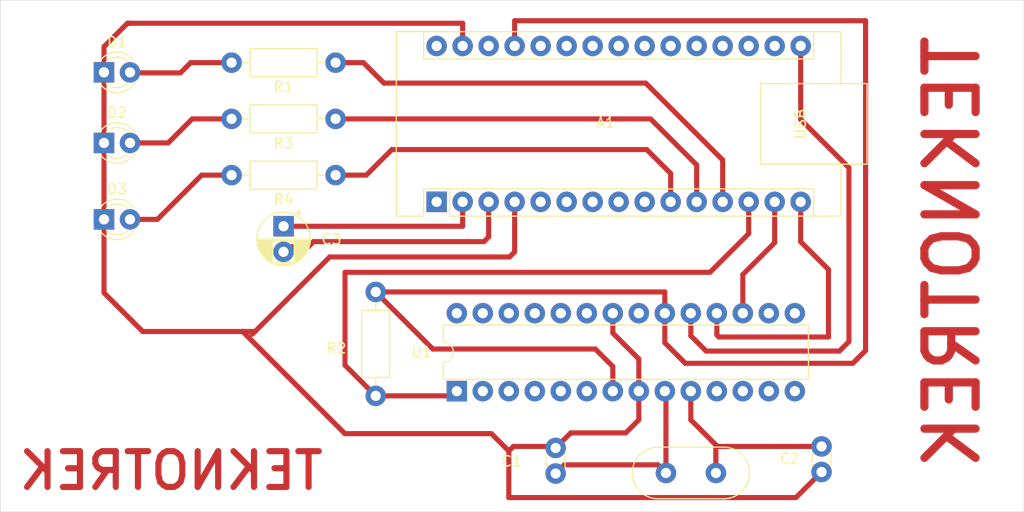
<source format=kicad_pcb>
(kicad_pcb (version 20240108) (generator "pcbnew") (generator_version "8.0")
  (layers (0 "F.Cu" signal) (31 "B.Cu" signal) (34 "B.Paste" user) (35 "F.Paste" user) (36 "B.SilkS" user "B.Silkscreen") (37 "F.SilkS" user "F.Silkscreen") (38 "B.Mask" user) (39 "F.Mask" user) (44 "Edge.Cuts" user))
  (net 0 "")
  (net 13 "Net-(A1-~{RESET}-Pad3)")
  (net 29 "Net-(A1-D0{slash}RX)")
  (net 38 "Net-(U1-XTAL1{slash}PB6)")
  (net 39 "Net-(U1-XTAL2{slash}PB7)")
  (net 40 "Net-(A1-+5V)")
  (net 41 "Net-(A1-D12)")
  (net 42 "Net-(A1-D10)")
  (net 43 "Net-(A1-D13)")
  (net 44 "Net-(A1-D11)")
  (net 45 "Net-(A1-D7)")
  (net 46 "Net-(A1-D9)")
  (net 47 "Net-(A1-D8)")
  (net 48 "GND")
  (net 49 "Net-(D1-A)")
  (net 50 "Net-(D2-A)")
  (net 51 "Net-(D3-A)")
  (footprint "Capacitor_THT:C_Disc_D3.0mm_W1.6mm_P2.50mm" (layer "F.Cu") (at 153.05 89.025 90)
    (property "Reference" "C2" (at 1.3 -3.1 180) (layer "F.SilkS"))
    (property "Value" "22pF" (hide yes))
    (fp_line (start 0.621 -0.92) (end 1.879 -0.92) (stroke (width 0.12)) (layer "F.SilkS"))
    (fp_line (start 0.621 0.92) (end 1.879 0.92) (stroke (width 0.12)) (layer "F.SilkS"))
    (pad "1" thru_hole circle (at 0 0 90) (size 2 2) (drill 1) (layers "*.Cu" "*.Mask") (net 48 "GND"))
    (pad "2" thru_hole circle (at 2.5 0 90) (size 2 2) (drill 1) (layers "*.Cu" "*.Mask") (net 39 "Net-(U1-XTAL2{slash}PB7)"))
  )
  (footprint "LED_THT:LED_D3.0mm" (layer "F.Cu") (at 82.96 56.85)
    (property "Reference" "D2" (at 1.27 -2.96 0) (layer "F.SilkS"))
    (property "Value" "LED")
    (fp_line (start -0.29 -1.236) (end -0.29 -1.08) (stroke (width 0.12)) (layer "F.SilkS"))
    (fp_line (start -0.29 1.08) (end -0.29 1.236) (stroke (width 0.12)) (layer "F.SilkS"))
    (fp_arc (start -0.29 -1.235516) (mid 1.366487 -1.987659) (end 2.942335 -1.078608) (stroke (width 0.12)) (layer "F.SilkS"))
    (fp_arc (start 0.229039 -1.08) (mid 1.270117 -1.5) (end 2.31113 -1.079837) (stroke (width 0.12)) (layer "F.SilkS"))
    (fp_arc (start 2.31113 1.079837) (mid 1.270117 1.5) (end 0.229039 1.08) (stroke (width 0.12)) (layer "F.SilkS"))
    (fp_arc (start 2.942335 1.078608) (mid 1.366487 1.987659) (end -0.29 1.235516) (stroke (width 0.12)) (layer "F.SilkS"))
    (pad "1" thru_hole rect (at 0 0) (size 2 2) (drill 1) (layers "*.Cu" "*.Mask") (net 48 "GND"))
    (pad "2" thru_hole circle (at 2.54 0) (size 2 2) (drill 1) (layers "*.Cu" "*.Mask") (net 50 "Net-(D2-A)"))
  )
  (footprint "Resistor_THT:R_Axial_DIN0207_L6.3mm_D2.5mm_P10.16mm_Horizontal" (layer "F.Cu") (at 105.58 54.5 180)
    (property "Reference" "R3" (at 5.08 -2.37 0) (layer "F.SilkS"))
    (property "Value" "220R")
    (fp_line (start 9.12 0) (end 8.35 0) (stroke (width 0.12)) (layer "F.SilkS"))
    (fp_line (start 8.35 1.37) (end 8.35 -1.37) (stroke (width 0.12)) (layer "F.SilkS"))
    (fp_line (start 8.35 -1.37) (end 1.81 -1.37) (stroke (width 0.12)) (layer "F.SilkS"))
    (fp_line (start 1.81 1.37) (end 8.35 1.37) (stroke (width 0.12)) (layer "F.SilkS"))
    (fp_line (start 1.81 -1.37) (end 1.81 1.37) (stroke (width 0.12)) (layer "F.SilkS"))
    (fp_line (start 1.04 0) (end 1.81 0) (stroke (width 0.12)) (layer "F.SilkS"))
    (pad "1" thru_hole circle (at 0 0 180) (size 2 2) (drill 1) (layers "*.Cu" "*.Mask") (net 47 "Net-(A1-D8)"))
    (pad "2" thru_hole circle (at 10.16 0 180) (size 2 2) (drill 1) (layers "*.Cu" "*.Mask") (net 50 "Net-(D2-A)"))
  )
  (footprint "LED_THT:LED_D3.0mm" (layer "F.Cu") (at 82.96 64.325)
    (property "Reference" "D3" (at 1.27 -2.96 0) (layer "F.SilkS"))
    (property "Value" "LED")
    (fp_line (start -0.29 -1.236) (end -0.29 -1.08) (stroke (width 0.12)) (layer "F.SilkS"))
    (fp_line (start -0.29 1.08) (end -0.29 1.236) (stroke (width 0.12)) (layer "F.SilkS"))
    (fp_arc (start -0.29 -1.235516) (mid 1.366487 -1.987659) (end 2.942335 -1.078608) (stroke (width 0.12)) (layer "F.SilkS"))
    (fp_arc (start 0.229039 -1.08) (mid 1.270117 -1.5) (end 2.31113 -1.079837) (stroke (width 0.12)) (layer "F.SilkS"))
    (fp_arc (start 2.31113 1.079837) (mid 1.270117 1.5) (end 0.229039 1.08) (stroke (width 0.12)) (layer "F.SilkS"))
    (fp_arc (start 2.942335 1.078608) (mid 1.366487 1.987659) (end -0.29 1.235516) (stroke (width 0.12)) (layer "F.SilkS"))
    (pad "1" thru_hole rect (at 0 0) (size 2 2) (drill 1) (layers "*.Cu" "*.Mask") (net 48 "GND"))
    (pad "2" thru_hole circle (at 2.54 0) (size 2 2) (drill 1) (layers "*.Cu" "*.Mask") (net 51 "Net-(D3-A)"))
  )
  (footprint "Crystal:Crystal_HC49-4H_Vertical" (layer "F.Cu") (at 142.73 89.12 180)
    (property "Reference" "Y1" (hide yes))
    (property "Value" "Crystal" (hide yes))
    (fp_line (start -0.76 2.525) (end 5.64 2.525) (stroke (width 0.12)) (layer "F.SilkS"))
    (fp_line (start -0.76 -2.525) (end 5.64 -2.525) (stroke (width 0.12)) (layer "F.SilkS"))
    (fp_arc (start 5.64 -2.525) (mid 8.165 0) (end 5.64 2.525) (stroke (width 0.12)) (layer "F.SilkS"))
    (fp_arc (start -0.76 2.525) (mid -3.285 0) (end -0.76 -2.525) (stroke (width 0.12)) (layer "F.SilkS"))
    (pad "1" thru_hole circle (at 0 0 180) (size 2 2) (drill 1) (layers "*.Cu" "*.Mask") (net 39 "Net-(U1-XTAL2{slash}PB7)"))
    (pad "2" thru_hole circle (at 4.88 0 180) (size 2 2) (drill 1) (layers "*.Cu" "*.Mask") (net 38 "Net-(U1-XTAL1{slash}PB6)"))
  )
  (footprint "Package_DIP:DIP-28_W7.62mm" (layer "F.Cu") (at 117.42 81.12 90)
    (property "Reference" "U1" (at 3.81 -3.445 180) (layer "F.SilkS"))
    (property "Value" "ATmega328-P" (hide yes))
    (fp_line (start 6.46 -1.33) (end 4.81 -1.33) (stroke (width 0.12)) (layer "F.SilkS"))
    (fp_line (start 2.81 -1.33) (end 1.16 -1.33) (stroke (width 0.12)) (layer "F.SilkS"))
    (fp_line (start 1.16 -1.33) (end 1.16 34.35) (stroke (width 0.12)) (layer "F.SilkS"))
    (fp_line (start 6.46 34.35) (end 6.46 -1.33) (stroke (width 0.12)) (layer "F.SilkS"))
    (fp_line (start 1.16 34.35) (end 6.46 34.35) (stroke (width 0.12)) (layer "F.SilkS"))
    (fp_arc (start 4.81 -1.33) (mid 3.81 -0.33) (end 2.81 -1.33) (stroke (width 0.12)) (layer "F.SilkS"))
    (pad "1" thru_hole rect (at 0 0 90) (size 2 2) (drill 1) (layers "*.Cu" "*.Mask") (net 42 "Net-(A1-D10)"))
    (pad "2" thru_hole circle (at 0 2.54 90) (size 2 2) (drill 1) (layers "*.Cu" "*.Mask"))
    (pad "3" thru_hole circle (at 0 5.08 90) (size 2 2) (drill 1) (layers "*.Cu" "*.Mask"))
    (pad "4" thru_hole circle (at 0 7.62 90) (size 2 2) (drill 1) (layers "*.Cu" "*.Mask"))
    (pad "5" thru_hole circle (at 0 10.16 90) (size 2 2) (drill 1) (layers "*.Cu" "*.Mask"))
    (pad "6" thru_hole circle (at 0 12.7 90) (size 2 2) (drill 1) (layers "*.Cu" "*.Mask"))
    (pad "7" thru_hole circle (at 0 15.24 90) (size 2 2) (drill 1) (layers "*.Cu" "*.Mask") (net 40 "Net-(A1-+5V)"))
    (pad "8" thru_hole circle (at 0 17.78 90) (size 2 2) (drill 1) (layers "*.Cu" "*.Mask") (net 48 "GND"))
    (pad "9" thru_hole circle (at 0 20.32 90) (size 2 2) (drill 1) (layers "*.Cu" "*.Mask") (net 38 "Net-(U1-XTAL1{slash}PB6)"))
    (pad "10" thru_hole circle (at 0 22.86 90) (size 2 2) (drill 1) (layers "*.Cu" "*.Mask") (net 39 "Net-(U1-XTAL2{slash}PB7)"))
    (pad "11" thru_hole circle (at 0 25.4 90) (size 2 2) (drill 1) (layers "*.Cu" "*.Mask"))
    (pad "12" thru_hole circle (at 0 27.94 90) (size 2 2) (drill 1) (layers "*.Cu" "*.Mask"))
    (pad "13" thru_hole circle (at 0 30.48 90) (size 2 2) (drill 1) (layers "*.Cu" "*.Mask"))
    (pad "14" thru_hole circle (at 0 33.02 90) (size 2 2) (drill 1) (layers "*.Cu" "*.Mask"))
    (pad "15" thru_hole circle (at 7.62 33.02 90) (size 2 2) (drill 1) (layers "*.Cu" "*.Mask"))
    (pad "16" thru_hole circle (at 7.62 30.48 90) (size 2 2) (drill 1) (layers "*.Cu" "*.Mask"))
    (pad "17" thru_hole circle (at 7.62 27.94 90) (size 2 2) (drill 1) (layers "*.Cu" "*.Mask") (net 44 "Net-(A1-D11)"))
    (pad "18" thru_hole circle (at 7.62 25.4 90) (size 2 2) (drill 1) (layers "*.Cu" "*.Mask") (net 41 "Net-(A1-D12)"))
    (pad "19" thru_hole circle (at 7.62 22.86 90) (size 2 2) (drill 1) (layers "*.Cu" "*.Mask") (net 43 "Net-(A1-D13)"))
    (pad "20" thru_hole circle (at 7.62 20.32 90) (size 2 2) (drill 1) (layers "*.Cu" "*.Mask") (net 40 "Net-(A1-+5V)"))
    (pad "21" thru_hole circle (at 7.62 17.78 90) (size 2 2) (drill 1) (layers "*.Cu" "*.Mask"))
    (pad "22" thru_hole circle (at 7.62 15.24 90) (size 2 2) (drill 1) (layers "*.Cu" "*.Mask") (net 48 "GND"))
    (pad "23" thru_hole circle (at 7.62 12.7 90) (size 2 2) (drill 1) (layers "*.Cu" "*.Mask"))
    (pad "24" thru_hole circle (at 7.62 10.16 90) (size 2 2) (drill 1) (layers "*.Cu" "*.Mask"))
    (pad "25" thru_hole circle (at 7.62 7.62 90) (size 2 2) (drill 1) (layers "*.Cu" "*.Mask"))
    (pad "26" thru_hole circle (at 7.62 5.08 90) (size 2 2) (drill 1) (layers "*.Cu" "*.Mask"))
    (pad "27" thru_hole circle (at 7.62 2.54 90) (size 2 2) (drill 1) (layers "*.Cu" "*.Mask"))
    (pad "28" thru_hole circle (at 7.62 0 90) (size 2 2) (drill 1) (layers "*.Cu" "*.Mask"))
  )
  (footprint "Capacitor_THT:C_Disc_D3.0mm_W1.6mm_P2.50mm" (layer "F.Cu") (at 127.075 86.675 -90)
    (property "Reference" "C1" (at 1.3 4.3 180) (layer "F.SilkS"))
    (property "Value" "22pF" (hide yes))
    (fp_line (start 0.621 0.92) (end 1.879 0.92) (stroke (width 0.12)) (layer "F.SilkS"))
    (fp_line (start 0.621 -0.92) (end 1.879 -0.92) (stroke (width 0.12)) (layer "F.SilkS"))
    (pad "1" thru_hole circle (at 0 0 270) (size 2 2) (drill 1) (layers "*.Cu" "*.Mask") (net 48 "GND"))
    (pad "2" thru_hole circle (at 2.5 0 270) (size 2 2) (drill 1) (layers "*.Cu" "*.Mask") (net 38 "Net-(U1-XTAL1{slash}PB6)"))
  )
  (footprint "Capacitor_THT:CP_Radial_D5.0mm_P2.50mm" (layer "F.Cu") (at 100.5 65 -90)
    (property "Reference" "C3" (at 1.275 -4.675 0) (layer "F.SilkS"))
    (property "Value" "C_Polarized_Small")
    (fp_line (start 1.49 1.04) (end 1.49 2.569) (stroke (width 0.12)) (layer "F.SilkS"))
    (fp_line (start 1.53 1.04) (end 1.53 2.565) (stroke (width 0.12)) (layer "F.SilkS"))
    (fp_line (start 1.57 1.04) (end 1.57 2.561) (stroke (width 0.12)) (layer "F.SilkS"))
    (fp_line (start 1.61 1.04) (end 1.61 2.556) (stroke (width 0.12)) (layer "F.SilkS"))
    (fp_line (start 1.65 1.04) (end 1.65 2.55) (stroke (width 0.12)) (layer "F.SilkS"))
    (fp_line (start 1.69 1.04) (end 1.69 2.543) (stroke (width 0.12)) (layer "F.SilkS"))
    (fp_line (start 1.73 1.04) (end 1.73 2.536) (stroke (width 0.12)) (layer "F.SilkS"))
    (fp_line (start 1.77 1.04) (end 1.77 2.528) (stroke (width 0.12)) (layer "F.SilkS"))
    (fp_line (start 1.81 1.04) (end 1.81 2.52) (stroke (width 0.12)) (layer "F.SilkS"))
    (fp_line (start 1.85 1.04) (end 1.85 2.511) (stroke (width 0.12)) (layer "F.SilkS"))
    (fp_line (start 1.89 1.04) (end 1.89 2.501) (stroke (width 0.12)) (layer "F.SilkS"))
    (fp_line (start 1.93 1.04) (end 1.93 2.491) (stroke (width 0.12)) (layer "F.SilkS"))
    (fp_line (start 1.971 1.04) (end 1.971 2.48) (stroke (width 0.12)) (layer "F.SilkS"))
    (fp_line (start 2.011 1.04) (end 2.011 2.468) (stroke (width 0.12)) (layer "F.SilkS"))
    (fp_line (start 2.051 1.04) (end 2.051 2.455) (stroke (width 0.12)) (layer "F.SilkS"))
    (fp_line (start 2.091 1.04) (end 2.091 2.442) (stroke (width 0.12)) (layer "F.SilkS"))
    (fp_line (start 2.131 1.04) (end 2.131 2.428) (stroke (width 0.12)) (layer "F.SilkS"))
    (fp_line (start 2.171 1.04) (end 2.171 2.414) (stroke (width 0.12)) (layer "F.SilkS"))
    (fp_line (start 2.211 1.04) (end 2.211 2.398) (stroke (width 0.12)) (layer "F.SilkS"))
    (fp_line (start 2.251 1.04) (end 2.251 2.382) (stroke (width 0.12)) (layer "F.SilkS"))
    (fp_line (start 2.291 1.04) (end 2.291 2.365) (stroke (width 0.12)) (layer "F.SilkS"))
    (fp_line (start 2.331 1.04) (end 2.331 2.348) (stroke (width 0.12)) (layer "F.SilkS"))
    (fp_line (start 2.371 1.04) (end 2.371 2.329) (stroke (width 0.12)) (layer "F.SilkS"))
    (fp_line (start 2.411 1.04) (end 2.411 2.31) (stroke (width 0.12)) (layer "F.SilkS"))
    (fp_line (start 2.451 1.04) (end 2.451 2.29) (stroke (width 0.12)) (layer "F.SilkS"))
    (fp_line (start 2.491 1.04) (end 2.491 2.268) (stroke (width 0.12)) (layer "F.SilkS"))
    (fp_line (start 2.531 1.04) (end 2.531 2.247) (stroke (width 0.12)) (layer "F.SilkS"))
    (fp_line (start 2.571 1.04) (end 2.571 2.224) (stroke (width 0.12)) (layer "F.SilkS"))
    (fp_line (start 2.611 1.04) (end 2.611 2.2) (stroke (width 0.12)) (layer "F.SilkS"))
    (fp_line (start 2.651 1.04) (end 2.651 2.175) (stroke (width 0.12)) (layer "F.SilkS"))
    (fp_line (start 2.691 1.04) (end 2.691 2.149) (stroke (width 0.12)) (layer "F.SilkS"))
    (fp_line (start 2.731 1.04) (end 2.731 2.122) (stroke (width 0.12)) (layer "F.SilkS"))
    (fp_line (start 2.771 1.04) (end 2.771 2.095) (stroke (width 0.12)) (layer "F.SilkS"))
    (fp_line (start 2.811 1.04) (end 2.811 2.065) (stroke (width 0.12)) (layer "F.SilkS"))
    (fp_line (start 2.851 1.04) (end 2.851 2.035) (stroke (width 0.12)) (layer "F.SilkS"))
    (fp_line (start 2.891 1.04) (end 2.891 2.004) (stroke (width 0.12)) (layer "F.SilkS"))
    (fp_line (start 2.931 1.04) (end 2.931 1.971) (stroke (width 0.12)) (layer "F.SilkS"))
    (fp_line (start 2.971 1.04) (end 2.971 1.937) (stroke (width 0.12)) (layer "F.SilkS"))
    (fp_line (start 3.011 1.04) (end 3.011 1.901) (stroke (width 0.12)) (layer "F.SilkS"))
    (fp_line (start 3.051 1.04) (end 3.051 1.864) (stroke (width 0.12)) (layer "F.SilkS"))
    (fp_line (start 3.091 1.04) (end 3.091 1.826) (stroke (width 0.12)) (layer "F.SilkS"))
    (fp_line (start 3.131 1.04) (end 3.131 1.785) (stroke (width 0.12)) (layer "F.SilkS"))
    (fp_line (start 3.171 1.04) (end 3.171 1.743) (stroke (width 0.12)) (layer "F.SilkS"))
    (fp_line (start 3.211 1.04) (end 3.211 1.699) (stroke (width 0.12)) (layer "F.SilkS"))
    (fp_line (start 3.251 1.04) (end 3.251 1.653) (stroke (width 0.12)) (layer "F.SilkS"))
    (fp_line (start 3.291 1.04) (end 3.291 1.605) (stroke (width 0.12)) (layer "F.SilkS"))
    (fp_line (start 3.331 1.04) (end 3.331 1.554) (stroke (width 0.12)) (layer "F.SilkS"))
    (fp_line (start 3.371 1.04) (end 3.371 1.5) (stroke (width 0.12)) (layer "F.SilkS"))
    (fp_line (start 3.411 1.04) (end 3.411 1.443) (stroke (width 0.12)) (layer "F.SilkS"))
    (fp_line (start 3.451 1.04) (end 3.451 1.383) (stroke (width 0.12)) (layer "F.SilkS"))
    (fp_line (start 3.491 1.04) (end 3.491 1.319) (stroke (width 0.12)) (layer "F.SilkS"))
    (fp_line (start 3.531 1.04) (end 3.531 1.251) (stroke (width 0.12)) (layer "F.SilkS"))
    (fp_line (start 3.851 -0.284) (end 3.851 0.284) (stroke (width 0.12)) (layer "F.SilkS"))
    (fp_line (start 3.811 -0.518) (end 3.811 0.518) (stroke (width 0.12)) (layer "F.SilkS"))
    (fp_line (start 3.771 -0.677) (end 3.771 0.677) (stroke (width 0.12)) (layer "F.SilkS"))
    (fp_line (start 3.731 -0.805) (end 3.731 0.805) (stroke (width 0.12)) (layer "F.SilkS"))
    (fp_line (start 3.691 -0.915) (end 3.691 0.915) (stroke (width 0.12)) (layer "F.SilkS"))
    (fp_line (start 3.651 -1.011) (end 3.651 1.011) (stroke (width 0.12)) (layer "F.SilkS"))
    (fp_line (start 3.611 -1.098) (end 3.611 1.098) (stroke (width 0.12)) (layer "F.SilkS"))
    (fp_line (start 3.571 -1.178) (end 3.571 1.178) (stroke (width 0.12)) (layer "F.SilkS"))
    (fp_line (start 3.531 -1.251) (end 3.531 -1.04) (stroke (width 0.12)) (layer "F.SilkS"))
    (fp_line (start 3.491 -1.319) (end 3.491 -1.04) (stroke (width 0.12)) (layer "F.SilkS"))
    (fp_line (start 3.451 -1.383) (end 3.451 -1.04) (stroke (width 0.12)) (layer "F.SilkS"))
    (fp_line (start 3.411 -1.443) (end 3.411 -1.04) (stroke (width 0.12)) (layer "F.SilkS"))
    (fp_line (start -1.554775 -1.475) (end -1.054775 -1.475) (stroke (width 0.12)) (layer "F.SilkS"))
    (fp_line (start 3.371 -1.5) (end 3.371 -1.04) (stroke (width 0.12)) (layer "F.SilkS"))
    (fp_line (start 3.331 -1.554) (end 3.331 -1.04) (stroke (width 0.12)) (layer "F.SilkS"))
    (fp_line (start 3.291 -1.605) (end 3.291 -1.04) (stroke (width 0.12)) (layer "F.SilkS"))
    (fp_line (start 3.251 -1.653) (end 3.251 -1.04) (stroke (width 0.12)) (layer "F.SilkS"))
    (fp_line (start 3.211 -1.699) (end 3.211 -1.04) (stroke (width 0.12)) (layer "F.SilkS"))
    (fp_line (start -1.304775 -1.725) (end -1.304775 -1.225) (stroke (width 0.12)) (layer "F.SilkS"))
    (fp_line (start 3.171 -1.743) (end 3.171 -1.04) (stroke (width 0.12)) (layer "F.SilkS"))
    (fp_line (start 3.131 -1.785) (end 3.131 -1.04) (stroke (width 0.12)) (layer "F.SilkS"))
    (fp_line (start 3.091 -1.826) (end 3.091 -1.04) (stroke (width 0.12)) (layer "F.SilkS"))
    (fp_line (start 3.051 -1.864) (end 3.051 -1.04) (stroke (width 0.12)) (layer "F.SilkS"))
    (fp_line (start 3.011 -1.901) (end 3.011 -1.04) (stroke (width 0.12)) (layer "F.SilkS"))
    (fp_line (start 2.971 -1.937) (end 2.971 -1.04) (stroke (width 0.12)) (layer "F.SilkS"))
    (fp_line (start 2.931 -1.971) (end 2.931 -1.04) (stroke (width 0.12)) (layer "F.SilkS"))
    (fp_line (start 2.891 -2.004) (end 2.891 -1.04) (stroke (width 0.12)) (layer "F.SilkS"))
    (fp_line (start 2.851 -2.035) (end 2.851 -1.04) (stroke (width 0.12)) (layer "F.SilkS"))
    (fp_line (start 2.811 -2.065) (end 2.811 -1.04) (stroke (width 0.12)) (layer "F.SilkS"))
    (fp_line (start 2.771 -2.095) (end 2.771 -1.04) (stroke (width 0.12)) (layer "F.SilkS"))
    (fp_line (start 2.731 -2.122) (end 2.731 -1.04) (stroke (width 0.12)) (layer "F.SilkS"))
    (fp_line (start 2.691 -2.149) (end 2.691 -1.04) (stroke (width 0.12)) (layer "F.SilkS"))
    (fp_line (start 2.651 -2.175) (end 2.651 -1.04) (stroke (width 0.12)) (layer "F.SilkS"))
    (fp_line (start 2.611 -2.2) (end 2.611 -1.04) (stroke (width 0.12)) (layer "F.SilkS"))
    (fp_line (start 2.571 -2.224) (end 2.571 -1.04) (stroke (width 0.12)) (layer "F.SilkS"))
    (fp_line (start 2.531 -2.247) (end 2.531 -1.04) (stroke (width 0.12)) (layer "F.SilkS"))
    (fp_line (start 2.491 -2.268) (end 2.491 -1.04) (stroke (width 0.12)) (layer "F.SilkS"))
    (fp_line (start 2.451 -2.29) (end 2.451 -1.04) (stroke (width 0.12)) (layer "F.SilkS"))
    (fp_line (start 2.411 -2.31) (end 2.411 -1.04) (stroke (width 0.12)) (layer "F.SilkS"))
    (fp_line (start 2.371 -2.329) (end 2.371 -1.04) (stroke (width 0.12)) (layer "F.SilkS"))
    (fp_line (start 2.331 -2.348) (end 2.331 -1.04) (stroke (width 0.12)) (layer "F.SilkS"))
    (fp_line (start 2.291 -2.365) (end 2.291 -1.04) (stroke (width 0.12)) (layer "F.SilkS"))
    (fp_line (start 2.251 -2.382) (end 2.251 -1.04) (stroke (width 0.12)) (layer "F.SilkS"))
    (fp_line (start 2.211 -2.398) (end 2.211 -1.04) (stroke (width 0.12)) (layer "F.SilkS"))
    (fp_line (start 2.171 -2.414) (end 2.171 -1.04) (stroke (width 0.12)) (layer "F.SilkS"))
    (fp_line (start 2.131 -2.428) (end 2.131 -1.04) (stroke (width 0.12)) (layer "F.SilkS"))
    (fp_line (start 2.091 -2.442) (end 2.091 -1.04) (stroke (width 0.12)) (layer "F.SilkS"))
    (fp_line (start 2.051 -2.455) (end 2.051 -1.04) (stroke (width 0.12)) (layer "F.SilkS"))
    (fp_line (start 2.011 -2.468) (end 2.011 -1.04) (stroke (width 0.12)) (layer "F.SilkS"))
    (fp_line (start 1.971 -2.48) (end 1.971 -1.04) (stroke (width 0.12)) (layer "F.SilkS"))
    (fp_line (start 1.93 -2.491) (end 1.93 -1.04) (stroke (width 0.12)) (layer "F.SilkS"))
    (fp_line (start 1.89 -2.501) (end 1.89 -1.04) (stroke (width 0.12)) (layer "F.SilkS"))
    (fp_line (start 1.85 -2.511) (end 1.85 -1.04) (stroke (width 0.12)) (layer "F.SilkS"))
    (fp_line (start 1.81 -2.52) (end 1.81 -1.04) (stroke (width 0.12)) (layer "F.SilkS"))
    (fp_line (start 1.77 -2.528) (end 1.77 -1.04) (stroke (width 0.12)) (layer "F.SilkS"))
    (fp_line (start 1.73 -2.536) (end 1.73 -1.04) (stroke (width 0.12)) (layer "F.SilkS"))
    (fp_line (start 1.69 -2.543) (end 1.69 -1.04) (stroke (width 0.12)) (layer "F.SilkS"))
    (fp_line (start 1.65 -2.55) (end 1.65 -1.04) (stroke (width 0.12)) (layer "F.SilkS"))
    (fp_line (start 1.61 -2.556) (end 1.61 -1.04) (stroke (width 0.12)) (layer "F.SilkS"))
    (fp_line (start 1.57 -2.561) (end 1.57 -1.04) (stroke (width 0.12)) (layer "F.SilkS"))
    (fp_line (start 1.53 -2.565) (end 1.53 -1.04) (stroke (width 0.12)) (layer "F.SilkS"))
    (fp_line (start 1.49 -2.569) (end 1.49 -1.04) (stroke (width 0.12)) (layer "F.SilkS"))
    (fp_line (start 1.45 -2.573) (end 1.45 2.573) (stroke (width 0.12)) (layer "F.SilkS"))
    (fp_line (start 1.41 -2.576) (end 1.41 2.576) (stroke (width 0.12)) (layer "F.SilkS"))
    (fp_line (start 1.37 -2.578) (end 1.37 2.578) (stroke (width 0.12)) (layer "F.SilkS"))
    (fp_line (start 1.33 -2.579) (end 1.33 2.579) (stroke (width 0.12)) (layer "F.SilkS"))
    (fp_line (start 1.25 -2.58) (end 1.25 2.58) (stroke (width 0.12)) (layer "F.SilkS"))
    (fp_line (start 1.29 -2.58) (end 1.29 2.58) (stroke (width 0.12)) (layer "F.SilkS"))
    (fp_circle (center 1.25 0) (end 3.87 0) (stroke (width 0.12)) (fill none) (layer "F.SilkS"))
    (pad "1" thru_hole rect (at 0 0 270) (size 2 2) (drill 1) (layers "*.Cu" "*.Mask") (net 29 "Net-(A1-D0{slash}RX)"))
    (pad "2" thru_hole circle (at 2.5 0 270) (size 2 2) (drill 1) (layers "*.Cu" "*.Mask") (net 13 "Net-(A1-~{RESET}-Pad3)"))
  )
  (footprint "Resistor_THT:R_Axial_DIN0207_L6.3mm_D2.5mm_P10.16mm_Horizontal" (layer "F.Cu") (at 109.5 71.42 -90)
    (property "Reference" "R2" (at 5.505 3.85 180) (layer "F.SilkS"))
    (property "Value" "10K" (hide yes))
    (fp_line (start 1.81 1.37) (end 8.35 1.37) (stroke (width 0.12)) (layer "F.SilkS"))
    (fp_line (start 8.35 1.37) (end 8.35 -1.37) (stroke (width 0.12)) (layer "F.SilkS"))
    (fp_line (start 1.04 0) (end 1.81 0) (stroke (width 0.12)) (layer "F.SilkS"))
    (fp_line (start 9.12 0) (end 8.35 0) (stroke (width 0.12)) (layer "F.SilkS"))
    (fp_line (start 1.81 -1.37) (end 1.81 1.37) (stroke (width 0.12)) (layer "F.SilkS"))
    (fp_line (start 8.35 -1.37) (end 1.81 -1.37) (stroke (width 0.12)) (layer "F.SilkS"))
    (pad "1" thru_hole circle (at 0 0 270) (size 2 2) (drill 1) (layers "*.Cu" "*.Mask") (net 40 "Net-(A1-+5V)"))
    (pad "2" thru_hole circle (at 10.16 0 270) (size 2 2) (drill 1) (layers "*.Cu" "*.Mask") (net 42 "Net-(A1-D10)"))
  )
  (footprint "Resistor_THT:R_Axial_DIN0207_L6.3mm_D2.5mm_P10.16mm_Horizontal" (layer "F.Cu") (at 105.58 49 180)
    (property "Reference" "R1" (at 5.08 -2.37 0) (layer "F.SilkS"))
    (property "Value" "220R")
    (fp_line (start 9.12 0) (end 8.35 0) (stroke (width 0.12)) (layer "F.SilkS"))
    (fp_line (start 8.35 1.37) (end 8.35 -1.37) (stroke (width 0.12)) (layer "F.SilkS"))
    (fp_line (start 8.35 -1.37) (end 1.81 -1.37) (stroke (width 0.12)) (layer "F.SilkS"))
    (fp_line (start 1.81 1.37) (end 8.35 1.37) (stroke (width 0.12)) (layer "F.SilkS"))
    (fp_line (start 1.81 -1.37) (end 1.81 1.37) (stroke (width 0.12)) (layer "F.SilkS"))
    (fp_line (start 1.04 0) (end 1.81 0) (stroke (width 0.12)) (layer "F.SilkS"))
    (pad "1" thru_hole circle (at 0 0 180) (size 2 2) (drill 1) (layers "*.Cu" "*.Mask") (net 46 "Net-(A1-D9)"))
    (pad "2" thru_hole circle (at 10.16 0 180) (size 2 2) (drill 1) (layers "*.Cu" "*.Mask") (net 49 "Net-(D1-A)"))
  )
  (footprint "Resistor_THT:R_Axial_DIN0207_L6.3mm_D2.5mm_P10.16mm_Horizontal" (layer "F.Cu") (at 105.58 60 180)
    (property "Reference" "R4" (at 5.08 -2.37 0) (layer "F.SilkS"))
    (property "Value" "220R")
    (fp_line (start 9.12 0) (end 8.35 0) (stroke (width 0.12)) (layer "F.SilkS"))
    (fp_line (start 8.35 1.37) (end 8.35 -1.37) (stroke (width 0.12)) (layer "F.SilkS"))
    (fp_line (start 8.35 -1.37) (end 1.81 -1.37) (stroke (width 0.12)) (layer "F.SilkS"))
    (fp_line (start 1.81 1.37) (end 8.35 1.37) (stroke (width 0.12)) (layer "F.SilkS"))
    (fp_line (start 1.81 -1.37) (end 1.81 1.37) (stroke (width 0.12)) (layer "F.SilkS"))
    (fp_line (start 1.04 0) (end 1.81 0) (stroke (width 0.12)) (layer "F.SilkS"))
    (pad "1" thru_hole circle (at 0 0 180) (size 2 2) (drill 1) (layers "*.Cu" "*.Mask") (net 45 "Net-(A1-D7)"))
    (pad "2" thru_hole circle (at 10.16 0 180) (size 2 2) (drill 1) (layers "*.Cu" "*.Mask") (net 51 "Net-(D3-A)"))
  )
  (footprint "LED_THT:LED_D3.0mm" (layer "F.Cu") (at 82.96 49.95)
    (property "Reference" "D1" (at 1.27 -2.96 0) (layer "F.SilkS"))
    (property "Value" "LED")
    (fp_line (start -0.29 -1.236) (end -0.29 -1.08) (stroke (width 0.12)) (layer "F.SilkS"))
    (fp_line (start -0.29 1.08) (end -0.29 1.236) (stroke (width 0.12)) (layer "F.SilkS"))
    (fp_arc (start -0.29 -1.235516) (mid 1.366487 -1.987659) (end 2.942335 -1.078608) (stroke (width 0.12)) (layer "F.SilkS"))
    (fp_arc (start 0.229039 -1.08) (mid 1.270117 -1.5) (end 2.31113 -1.079837) (stroke (width 0.12)) (layer "F.SilkS"))
    (fp_arc (start 2.31113 1.079837) (mid 1.270117 1.5) (end 0.229039 1.08) (stroke (width 0.12)) (layer "F.SilkS"))
    (fp_arc (start 2.942335 1.078608) (mid 1.366487 1.987659) (end -0.29 1.235516) (stroke (width 0.12)) (layer "F.SilkS"))
    (pad "1" thru_hole rect (at 0 0) (size 2 2) (drill 1) (layers "*.Cu" "*.Mask") (net 48 "GND"))
    (pad "2" thru_hole circle (at 2.54 0) (size 2 2) (drill 1) (layers "*.Cu" "*.Mask") (net 49 "Net-(D1-A)"))
  )
  (footprint "Module:Arduino_Nano" (layer "F.Cu") (at 115.45 62.61 90)
    (property "Reference" "A1" (at 7.76 16.5 180) (layer "F.SilkS"))
    (property "Value" "Arduino_Nano_v3.x" (hide yes))
    (fp_line (start 16.64 -3.94) (end -1.4 -3.94) (stroke (width 0.12)) (layer "F.SilkS"))
    (fp_line (start -1.4 -3.94) (end -1.4 -1.27) (stroke (width 0.12)) (layer "F.SilkS"))
    (fp_line (start 13.97 -1.27) (end 16.64 -1.27) (stroke (width 0.12)) (layer "F.SilkS"))
    (fp_line (start 13.97 -1.27) (end 13.97 36.83) (stroke (width 0.12)) (layer "F.SilkS"))
    (fp_line (start 1.27 -1.27) (end -1.4 -1.27) (stroke (width 0.12)) (layer "F.SilkS"))
    (fp_line (start 1.27 1.27) (end 1.27 -1.27) (stroke (width 0.12)) (layer "F.SilkS"))
    (fp_line (start 1.27 1.27) (end -1.4 1.27) (stroke (width 0.12)) (layer "F.SilkS"))
    (fp_line (start 1.27 1.27) (end 1.27 36.83) (stroke (width 0.12)) (layer "F.SilkS"))
    (fp_line (start -1.4 1.27) (end -1.4 39.5) (stroke (width 0.12)) (layer "F.SilkS"))
    (fp_line (start 11.56 31.62) (end 11.56 42.04) (stroke (width 0.12)) (layer "F.SilkS"))
    (fp_line (start 3.68 31.62) (end 11.56 31.62) (stroke (width 0.12)) (layer "F.SilkS"))
    (fp_line (start 13.97 36.83) (end 16.64 36.83) (stroke (width 0.12)) (layer "F.SilkS"))
    (fp_line (start 1.27 36.83) (end -1.4 36.83) (stroke (width 0.12)) (layer "F.SilkS"))
    (fp_line (start 16.64 39.5) (end 16.64 -3.94) (stroke (width 0.12)) (layer "F.SilkS"))
    (fp_line (start 16.64 39.5) (end 11.56 39.5) (stroke (width 0.12)) (layer "F.SilkS"))
    (fp_line (start -1.4 39.5) (end 3.68 39.5) (stroke (width 0.12)) (layer "F.SilkS"))
    (fp_line (start 11.56 42.04) (end 3.68 42.04) (stroke (width 0.12)) (layer "F.SilkS"))
    (fp_line (start 3.68 42.04) (end 3.68 31.62) (stroke (width 0.12)) (layer "F.SilkS"))
    (fp_text user "USB" (at 7.62 35.56 90) (layer "F.SilkS"))
    (pad "1" thru_hole rect (at 0 0 90) (size 2 2) (drill 1) (layers "*.Cu" "*.Mask"))
    (pad "2" thru_hole circle (at 0 2.54 90) (size 2 2) (drill 1) (layers "*.Cu" "*.Mask") (net 29 "Net-(A1-D0{slash}RX)"))
    (pad "3" thru_hole circle (at 0 5.08 90) (size 2 2) (drill 1) (layers "*.Cu" "*.Mask") (net 13 "Net-(A1-~{RESET}-Pad3)"))
    (pad "4" thru_hole circle (at 0 7.62 90) (size 2 2) (drill 1) (layers "*.Cu" "*.Mask") (net 48 "GND"))
    (pad "5" thru_hole circle (at 0 10.16 90) (size 2 2) (drill 1) (layers "*.Cu" "*.Mask"))
    (pad "6" thru_hole circle (at 0 12.7 90) (size 2 2) (drill 1) (layers "*.Cu" "*.Mask"))
    (pad "7" thru_hole circle (at 0 15.24 90) (size 2 2) (drill 1) (layers "*.Cu" "*.Mask"))
    (pad "8" thru_hole circle (at 0 17.78 90) (size 2 2) (drill 1) (layers "*.Cu" "*.Mask"))
    (pad "9" thru_hole circle (at 0 20.32 90) (size 2 2) (drill 1) (layers "*.Cu" "*.Mask"))
    (pad "10" thru_hole circle (at 0 22.86 90) (size 2 2) (drill 1) (layers "*.Cu" "*.Mask") (net 45 "Net-(A1-D7)"))
    (pad "11" thru_hole circle (at 0 25.4 90) (size 2 2) (drill 1) (layers "*.Cu" "*.Mask") (net 47 "Net-(A1-D8)"))
    (pad "12" thru_hole circle (at 0 27.94 90) (size 2 2) (drill 1) (layers "*.Cu" "*.Mask") (net 46 "Net-(A1-D9)"))
    (pad "13" thru_hole circle (at 0 30.48 90) (size 2 2) (drill 1) (layers "*.Cu" "*.Mask") (net 42 "Net-(A1-D10)"))
    (pad "14" thru_hole circle (at 0 33.02 90) (size 2 2) (drill 1) (layers "*.Cu" "*.Mask") (net 44 "Net-(A1-D11)"))
    (pad "15" thru_hole circle (at 0 35.56 90) (size 2 2) (drill 1) (layers "*.Cu" "*.Mask") (net 41 "Net-(A1-D12)"))
    (pad "16" thru_hole circle (at 15.24 35.56 90) (size 2 2) (drill 1) (layers "*.Cu" "*.Mask") (net 43 "Net-(A1-D13)"))
    (pad "17" thru_hole circle (at 15.24 33.02 90) (size 2 2) (drill 1) (layers "*.Cu" "*.Mask"))
    (pad "18" thru_hole circle (at 15.24 30.48 90) (size 2 2) (drill 1) (layers "*.Cu" "*.Mask"))
    (pad "19" thru_hole circle (at 15.24 27.94 90) (size 2 2) (drill 1) (layers "*.Cu" "*.Mask"))
    (pad "20" thru_hole circle (at 15.24 25.4 90) (size 2 2) (drill 1) (layers "*.Cu" "*.Mask"))
    (pad "21" thru_hole circle (at 15.24 22.86 90) (size 2 2) (drill 1) (layers "*.Cu" "*.Mask"))
    (pad "22" thru_hole circle (at 15.24 20.32 90) (size 2 2) (drill 1) (layers "*.Cu" "*.Mask"))
    (pad "23" thru_hole circle (at 15.24 17.78 90) (size 2 2) (drill 1) (layers "*.Cu" "*.Mask"))
    (pad "24" thru_hole circle (at 15.24 15.24 90) (size 2 2) (drill 1) (layers "*.Cu" "*.Mask"))
    (pad "25" thru_hole circle (at 15.24 12.7 90) (size 2 2) (drill 1) (layers "*.Cu" "*.Mask"))
    (pad "26" thru_hole circle (at 15.24 10.16 90) (size 2 2) (drill 1) (layers "*.Cu" "*.Mask"))
    (pad "27" thru_hole circle (at 15.24 7.62 90) (size 2 2) (drill 1) (layers "*.Cu" "*.Mask") (net 40 "Net-(A1-+5V)"))
    (pad "28" thru_hole circle (at 15.24 5.08 90) (size 2 2) (drill 1) (layers "*.Cu" "*.Mask"))
    (pad "29" thru_hole circle (at 15.24 2.54 90) (size 2 2) (drill 1) (layers "*.Cu" "*.Mask") (net 48 "GND"))
    (pad "30" thru_hole circle (at 15.24 0 90) (size 2 2) (drill 1) (layers "*.Cu" "*.Mask"))
  )
  (gr_line (start 72.825 42.9) (end 172.825 42.9) (stroke (width 0.05)) (layer "Edge.Cuts"))
  (gr_line (start 172.825 92.9) (end 172.825 42.9) (stroke (width 0.05)) (layer "Edge.Cuts"))
  (gr_line (start 72.825 92.9) (end 72.825 42.9) (stroke (width 0.05)) (layer "Edge.Cuts"))
  (gr_line (start 72.825 92.9) (end 172.825 92.9) (stroke (width 0.05)) (layer "Edge.Cuts"))
  (gr_text "TEKNOTREK" (at 89.525 88.9 0) (layer "F.Cu") (effects (font (size 3.5 3.5) (thickness 0.6)) (justify mirror)))
  (gr_text "TEKNOTREK" (at 165.825 67.525 90) (layer "F.Cu") (effects (font (size 5 5) (thickness 0.8)) (justify mirror)))
  (segment (start 102.925 67) (end 103.425 66.5) (width 0.5) (layer "F.Cu") (net 13))
  (segment (start 120.075 66.5) (end 120.53 66.045) (width 0.5) (layer "F.Cu") (net 13))
  (segment (start 100.5 67) (end 102.925 67) (width 0.5) (layer "F.Cu") (net 13))
  (segment (start 103.425 66.5) (end 120.075 66.5) (width 0.5) (layer "F.Cu") (net 13))
  (segment (start 120.53 66.045) (end 120.53 62.61) (width 0.5) (layer "F.Cu") (net 13))
  (segment (start 100.5 65) (end 117.99 65) (width 0.5) (layer "F.Cu") (net 29))
  (segment (start 117.99 65) (end 117.99 62.61) (width 0.5) (layer "F.Cu") (net 29))
  (segment (start 127.925 88.325) (end 137.055 88.325) (width 0.5) (layer "F.Cu") (net 38))
  (segment (start 137.85 81.23) (end 137.74 81.12) (width 0.5) (layer "F.Cu") (net 38))
  (segment (start 137.74 89.01) (end 137.85 89.12) (width 0.5) (layer "F.Cu") (net 38))
  (segment (start 137.85 89.12) (end 137.85 81.23) (width 0.5) (layer "F.Cu") (net 38))
  (segment (start 137.055 88.325) (end 137.85 89.12) (width 0.5) (layer "F.Cu") (net 38))
  (segment (start 127.075 89.175) (end 127.925 88.325) (width 0.5) (layer "F.Cu") (net 38))
  (segment (start 142.73 89.12) (end 142.73 86.38) (width 0.5) (layer "F.Cu") (net 39))
  (segment (start 140.28 83.93) (end 140.28 81.12) (width 0.5) (layer "F.Cu") (net 39))
  (segment (start 142.73 86.38) (end 140.28 83.93) (width 0.5) (layer "F.Cu") (net 39))
  (segment (start 153.05 86.525) (end 142.73 86.525) (width 0.5) (layer "F.Cu") (net 39))
  (segment (start 142.73 86.525) (end 142.73 89.12) (width 0.5) (layer "F.Cu") (net 39))
  (segment (start 109.5 71.42) (end 115.08 77) (width 0.5) (layer "F.Cu") (net 40))
  (segment (start 137.74 73.5) (end 137.74 71.42) (width 0.5) (layer "F.Cu") (net 40))
  (segment (start 137.74 71.42) (end 109.5 71.42) (width 0.5) (layer "F.Cu") (net 40))
  (segment (start 157.35 44.9) (end 157.35 77.15) (width 0.5) (layer "F.Cu") (net 40))
  (segment (start 123.07 44.9) (end 157.35 44.9) (width 0.5) (layer "F.Cu") (net 40))
  (segment (start 157.35 77.15) (end 156.1 78.4) (width 0.5) (layer "F.Cu") (net 40))
  (segment (start 130.95 77) (end 132.66 78.71) (width 0.5) (layer "F.Cu") (net 40))
  (segment (start 139.75 78.4) (end 137.74 76.39) (width 0.5) (layer "F.Cu") (net 40))
  (segment (start 123.07 47.37) (end 123.07 44.9) (width 0.5) (layer "F.Cu") (net 40))
  (segment (start 132.66 78.71) (end 132.66 81.12) (width 0.5) (layer "F.Cu") (net 40))
  (segment (start 156.1 78.4) (end 139.75 78.4) (width 0.5) (layer "F.Cu") (net 40))
  (segment (start 137.74 76.39) (end 137.74 73.5) (width 0.5) (layer "F.Cu") (net 40))
  (segment (start 115.08 77) (end 130.95 77) (width 0.5) (layer "F.Cu") (net 40))
  (segment (start 142.82 73.5) (end 142.82 75.62) (width 0.5) (layer "F.Cu") (net 41))
  (segment (start 151.01 66.51) (end 151.01 62.61) (width 0.5) (layer "F.Cu") (net 41))
  (segment (start 153.725 75.825) (end 153.725 69.225) (width 0.5) (layer "F.Cu") (net 41))
  (segment (start 143.025 75.825) (end 153.725 75.825) (width 0.5) (layer "F.Cu") (net 41))
  (segment (start 153.725 69.225) (end 151.01 66.51) (width 0.5) (layer "F.Cu") (net 41))
  (segment (start 142.82 75.62) (end 143.025 75.825) (width 0.5) (layer "F.Cu") (net 41))
  (segment (start 106.5 78.58) (end 106.5 69.5) (width 0.5) (layer "F.Cu") (net 42))
  (segment (start 142.15 69.5) (end 145.93 65.72) (width 0.5) (layer "F.Cu") (net 42))
  (segment (start 109.5 81.58) (end 116.96 81.58) (width 0.5) (layer "F.Cu") (net 42))
  (segment (start 109.5 81.58) (end 106.5 78.58) (width 0.5) (layer "F.Cu") (net 42))
  (segment (start 106.5 69.5) (end 142.15 69.5) (width 0.5) (layer "F.Cu") (net 42))
  (segment (start 145.93 65.72) (end 145.93 62.61) (width 0.5) (layer "F.Cu") (net 42))
  (segment (start 116.96 81.58) (end 117.42 81.12) (width 0.5) (layer "F.Cu") (net 42))
  (segment (start 141.775 77.2) (end 154.8 77.2) (width 0.5) (layer "F.Cu") (net 43))
  (segment (start 155.725 76.275) (end 155.725 59.275) (width 0.5) (layer "F.Cu") (net 43))
  (segment (start 154.8 77.2) (end 155.725 76.275) (width 0.5) (layer "F.Cu") (net 43))
  (segment (start 140.28 73.5) (end 140.28 75.705) (width 0.5) (layer "F.Cu") (net 43))
  (segment (start 155.725 59.275) (end 151.01 54.56) (width 0.5) (layer "F.Cu") (net 43))
  (segment (start 151.01 54.56) (end 151.01 47.37) (width 0.5) (layer "F.Cu") (net 43))
  (segment (start 140.28 75.705) (end 141.775 77.2) (width 0.5) (layer "F.Cu") (net 43))
  (segment (start 148.47 66.605) (end 148.47 62.61) (width 0.5) (layer "F.Cu") (net 44))
  (segment (start 145.36 73.5) (end 145.36 69.715) (width 0.5) (layer "F.Cu") (net 44))
  (segment (start 145.36 69.715) (end 148.47 66.605) (width 0.5) (layer "F.Cu") (net 44))
  (segment (start 105.58 60) (end 108.575 60) (width 0.5) (layer "F.Cu") (net 45))
  (segment (start 108.575 60) (end 111.075 57.5) (width 0.5) (layer "F.Cu") (net 45))
  (segment (start 138.31 59.835) (end 138.31 62.61) (width 0.5) (layer "F.Cu") (net 45))
  (segment (start 135.975 57.5) (end 138.31 59.835) (width 0.5) (layer "F.Cu") (net 45))
  (segment (start 111.075 57.5) (end 135.975 57.5) (width 0.5) (layer "F.Cu") (net 45))
  (segment (start 143.39 58.515) (end 143.39 62.61) (width 0.5) (layer "F.Cu") (net 46))
  (segment (start 108.3 49) (end 110.3 51) (width 0.5) (layer "F.Cu") (net 46))
  (segment (start 135.875 51) (end 143.39 58.515) (width 0.5) (layer "F.Cu") (net 46))
  (segment (start 110.3 51) (end 135.875 51) (width 0.5) (layer "F.Cu") (net 46))
  (segment (start 105.58 49) (end 108.3 49) (width 0.5) (layer "F.Cu") (net 46))
  (segment (start 136.35 54.5) (end 140.85 59) (width 0.5) (layer "F.Cu") (net 47))
  (segment (start 140.85 59) (end 140.85 62.61) (width 0.5) (layer "F.Cu") (net 47))
  (segment (start 105.08 54.5) (end 136.35 54.5) (width 0.5) (layer "F.Cu") (net 47))
  (segment (start 85.25 45.15) (end 85.525 45.15) (width 0.5) (layer "F.Cu") (net 48))
  (segment (start 150.55 91.525) (end 122.5 91.525) (width 0.5) (layer "F.Cu") (net 48))
  (segment (start 122.575 68) (end 105 68) (width 0.5) (layer "F.Cu") (net 48))
  (segment (start 96.5 75.2875) (end 97.7125 75.2875) (width 0.5) (layer "F.Cu") (net 48))
  (segment (start 97.7125 75.2875) (end 97.455 75.545) (width 0.5) (layer "F.Cu") (net 48))
  (segment (start 135.2 83.925) (end 135.2 81.12) (width 0.5) (layer "F.Cu") (net 48))
  (segment (start 122.95 86.525) (end 126.925 86.525) (width 0.5) (layer "F.Cu") (net 48))
  (segment (start 135.2 77.975) (end 132.66 75.435) (width 0.5) (layer "F.Cu") (net 48))
  (segment (start 135.2 81.12) (end 135.2 77.975) (width 0.5) (layer "F.Cu") (net 48))
  (segment (start 132.66 75.435) (end 132.66 73.5) (width 0.5) (layer "F.Cu") (net 48))
  (segment (start 126.925 86.525) (end 127.075 86.675) (width 0.5) (layer "F.Cu") (net 48))
  (segment (start 122.5 91.525) (end 122.5 86.975) (width 0.5) (layer "F.Cu") (net 48))
  (segment (start 123.07 67.505) (end 122.575 68) (width 0.5) (layer "F.Cu") (net 48))
  (segment (start 135.2 81.12) (end 135.2 80.54) (width 0.5) (layer "F.Cu") (net 48))
  (segment (start 128.55 85.2) (end 133.925 85.2) (width 0.5) (layer "F.Cu") (net 48))
  (segment (start 120.8 85.275) (end 122.5 86.975) (width 0.5) (layer "F.Cu") (net 48))
  (segment (start 127.075 86.675) (end 128.55 85.2) (width 0.5) (layer "F.Cu") (net 48))
  (segment (start 82.96 64.325) (end 82.96 56.85) (width 0.5) (layer "F.Cu") (net 48))
  (segment (start 117.99 45.15) (end 117.99 47.37) (width 0.5) (layer "F.Cu") (net 48))
  (segment (start 133.925 85.2) (end 135.2 83.925) (width 0.5) (layer "F.Cu") (net 48))
  (segment (start 105 68) (end 97.7125 75.2875) (width 0.5) (layer "F.Cu") (net 48))
  (segment (start 153.05 89.025) (end 150.55 91.525) (width 0.5) (layer "F.Cu") (net 48))
  (segment (start 86.7375 75.2875) (end 96.5 75.2875) (width 0.5) (layer "F.Cu") (net 48))
  (segment (start 85.35 45.15) (end 85.525 45.15) (width 0.5) (layer "F.Cu") (net 48))
  (segment (start 96.5 75.2875) (end 106.4875 85.275) (width 0.5) (layer "F.Cu") (net 48))
  (segment (start 123.07 62.61) (end 123.07 67.505) (width 0.5) (layer "F.Cu") (net 48))
  (segment (start 85.525 45.15) (end 117.99 45.15) (width 0.5) (layer "F.Cu") (net 48))
  (segment (start 82.96 49.95) (end 82.96 47.44) (width 0.5) (layer "F.Cu") (net 48))
  (segment (start 122.5 86.975) (end 122.95 86.525) (width 0.5) (layer "F.Cu") (net 48))
  (segment (start 106.4875 85.275) (end 120.8 85.275) (width 0.5) (layer "F.Cu") (net 48))
  (segment (start 82.96 47.44) (end 85.25 45.15) (width 0.5) (layer "F.Cu") (net 48))
  (segment (start 82.96 56.85) (end 82.96 49.95) (width 0.5) (layer "F.Cu") (net 48))
  (segment (start 82.96 71.51) (end 86.7375 75.2875) (width 0.5) (layer "F.Cu") (net 48))
  (segment (start 82.96 64.325) (end 82.96 71.51) (width 0.5) (layer "F.Cu") (net 48))
  (segment (start 85.55 50) (end 85.5 49.95) (width 0.5) (layer "F.Cu") (net 49))
  (segment (start 95.42 49) (end 91.425 49) (width 0.5) (layer "F.Cu") (net 49))
  (segment (start 90.425 50) (end 85.55 50) (width 0.5) (layer "F.Cu") (net 49))
  (segment (start 91.425 49) (end 90.425 50) (width 0.5) (layer "F.Cu") (net 49))
  (segment (start 89.225 56.85) (end 91.575 54.5) (width 0.5) (layer "F.Cu") (net 50))
  (segment (start 91.575 54.5) (end 95.42 54.5) (width 0.5) (layer "F.Cu") (net 50))
  (segment (start 85.5 56.85) (end 89.225 56.85) (width 0.5) (layer "F.Cu") (net 50))
  (segment (start 88.175 64.325) (end 92.5 60) (width 0.5) (layer "F.Cu") (net 51))
  (segment (start 85.5 64.325) (end 88.175 64.325) (width 0.5) (layer "F.Cu") (net 51))
  (segment (start 92.5 60) (end 95.42 60) (width 0.5) (layer "F.Cu") (net 51))
)
</source>
